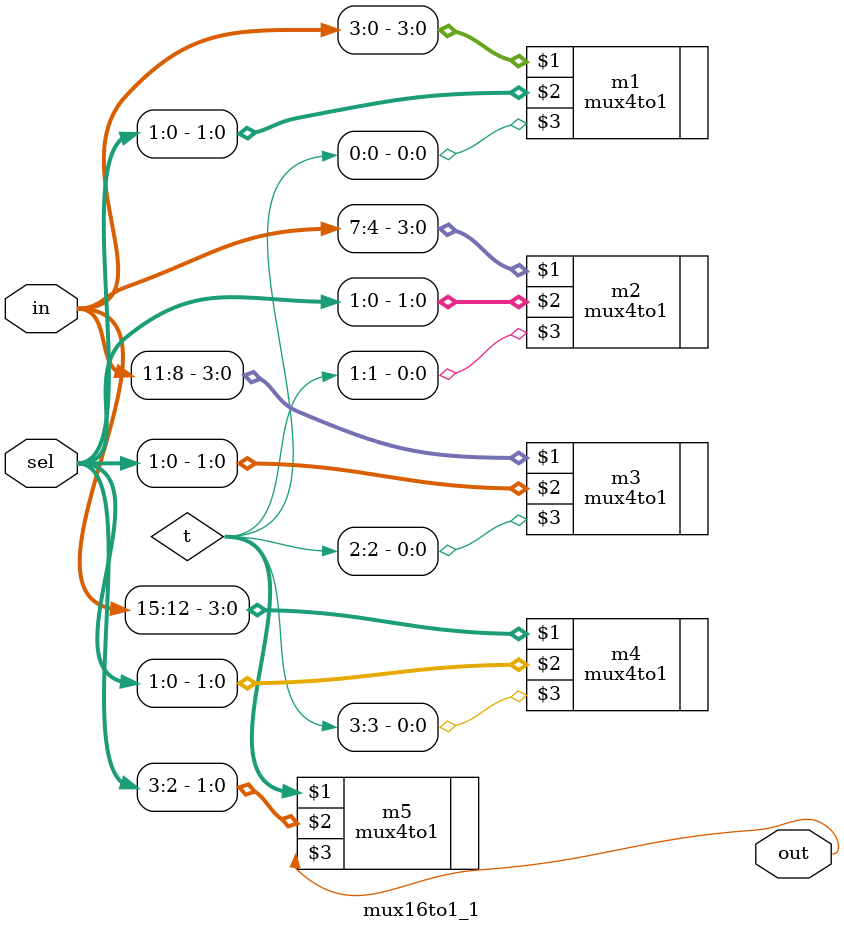
<source format=v>
module mux16to1_1(in,sel,out);

input [15:0]in;
input [3:0]sel;
output out;
wire [3:0]t;

mux4to1 m1(in[3:0],sel[1:0],t[0]);
mux4to1 m2(in[7:4],sel[1:0],t[1]);
mux4to1 m3(in[11:8],sel[1:0],t[2]);
mux4to1 m4(in[15:12],sel[1:0],t[3]);

mux4to1 m5(t[3:0],sel[3:2],out);
endmodule

</source>
